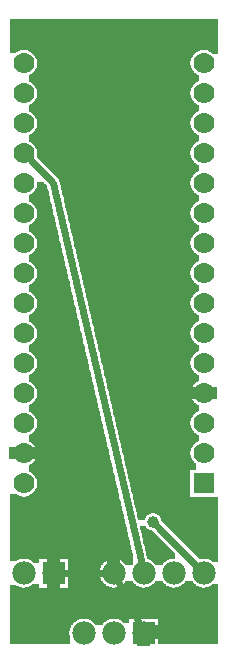
<source format=gbl>
G04 MADE WITH FRITZING*
G04 WWW.FRITZING.ORG*
G04 DOUBLE SIDED*
G04 HOLES PLATED*
G04 CONTOUR ON CENTER OF CONTOUR VECTOR*
%ASAXBY*%
%FSLAX23Y23*%
%MOIN*%
%OFA0B0*%
%SFA1.0B1.0*%
%ADD10C,0.075000*%
%ADD11C,0.070000*%
%ADD12C,0.078000*%
%ADD13C,0.039370*%
%ADD14R,0.069972X0.070000*%
%ADD15R,0.078000X0.078000*%
%ADD16C,0.024000*%
%LNCOPPER0*%
G90*
G70*
G54D10*
X119Y2069D03*
X168Y1329D03*
G54D11*
X685Y576D03*
X685Y676D03*
X685Y776D03*
X685Y876D03*
X685Y976D03*
X685Y1076D03*
X685Y1176D03*
X685Y1276D03*
X685Y1376D03*
X685Y1476D03*
X685Y1576D03*
X685Y1676D03*
X685Y1776D03*
X685Y1876D03*
X685Y1976D03*
X85Y576D03*
X85Y676D03*
X85Y776D03*
X85Y876D03*
X85Y976D03*
X85Y1076D03*
X85Y1176D03*
X85Y1276D03*
X85Y1376D03*
X85Y1476D03*
X85Y1576D03*
X85Y1676D03*
X85Y1776D03*
X85Y1876D03*
X85Y1976D03*
G54D12*
X185Y277D03*
X85Y277D03*
X485Y77D03*
X385Y77D03*
X285Y77D03*
X685Y277D03*
X585Y277D03*
X485Y277D03*
X385Y277D03*
G54D13*
X516Y447D03*
G54D14*
X685Y576D03*
G54D15*
X185Y277D03*
X485Y77D03*
G54D16*
X183Y1577D02*
X479Y306D01*
D02*
X106Y1656D02*
X183Y1577D01*
D02*
X355Y277D02*
X215Y277D01*
D02*
X472Y104D02*
X399Y250D01*
D02*
X529Y434D02*
X664Y298D01*
G36*
X40Y2123D02*
X40Y2021D01*
X694Y2021D01*
X694Y2019D01*
X700Y2019D01*
X700Y2017D01*
X704Y2017D01*
X704Y2015D01*
X708Y2015D01*
X708Y2013D01*
X710Y2013D01*
X710Y2011D01*
X712Y2011D01*
X712Y2009D01*
X714Y2009D01*
X714Y2007D01*
X734Y2007D01*
X734Y2123D01*
X40Y2123D01*
G37*
D02*
G36*
X40Y2021D02*
X40Y2011D01*
X60Y2011D01*
X60Y2013D01*
X64Y2013D01*
X64Y2015D01*
X66Y2015D01*
X66Y2017D01*
X72Y2017D01*
X72Y2019D01*
X78Y2019D01*
X78Y2021D01*
X40Y2021D01*
G37*
D02*
G36*
X94Y2021D02*
X94Y2019D01*
X100Y2019D01*
X100Y2017D01*
X104Y2017D01*
X104Y2015D01*
X108Y2015D01*
X108Y2013D01*
X110Y2013D01*
X110Y2011D01*
X112Y2011D01*
X112Y2009D01*
X114Y2009D01*
X114Y2007D01*
X116Y2007D01*
X116Y2005D01*
X118Y2005D01*
X118Y2003D01*
X120Y2003D01*
X120Y2001D01*
X122Y2001D01*
X122Y1999D01*
X124Y1999D01*
X124Y1995D01*
X126Y1995D01*
X126Y1991D01*
X128Y1991D01*
X128Y1985D01*
X130Y1985D01*
X130Y1967D01*
X128Y1967D01*
X128Y1961D01*
X126Y1961D01*
X126Y1957D01*
X124Y1957D01*
X124Y1953D01*
X122Y1953D01*
X122Y1951D01*
X120Y1951D01*
X120Y1949D01*
X118Y1949D01*
X118Y1947D01*
X116Y1947D01*
X116Y1945D01*
X114Y1945D01*
X114Y1943D01*
X112Y1943D01*
X112Y1941D01*
X110Y1941D01*
X110Y1939D01*
X106Y1939D01*
X106Y1937D01*
X104Y1937D01*
X104Y1915D01*
X108Y1915D01*
X108Y1913D01*
X110Y1913D01*
X110Y1911D01*
X112Y1911D01*
X112Y1909D01*
X114Y1909D01*
X114Y1907D01*
X116Y1907D01*
X116Y1905D01*
X118Y1905D01*
X118Y1903D01*
X120Y1903D01*
X120Y1901D01*
X122Y1901D01*
X122Y1899D01*
X124Y1899D01*
X124Y1895D01*
X126Y1895D01*
X126Y1891D01*
X128Y1891D01*
X128Y1885D01*
X130Y1885D01*
X130Y1867D01*
X128Y1867D01*
X128Y1861D01*
X126Y1861D01*
X126Y1857D01*
X124Y1857D01*
X124Y1853D01*
X122Y1853D01*
X122Y1851D01*
X120Y1851D01*
X120Y1849D01*
X118Y1849D01*
X118Y1847D01*
X116Y1847D01*
X116Y1845D01*
X114Y1845D01*
X114Y1843D01*
X112Y1843D01*
X112Y1841D01*
X110Y1841D01*
X110Y1839D01*
X106Y1839D01*
X106Y1837D01*
X104Y1837D01*
X104Y1815D01*
X108Y1815D01*
X108Y1813D01*
X110Y1813D01*
X110Y1811D01*
X112Y1811D01*
X112Y1809D01*
X114Y1809D01*
X114Y1807D01*
X116Y1807D01*
X116Y1805D01*
X118Y1805D01*
X118Y1803D01*
X120Y1803D01*
X120Y1801D01*
X122Y1801D01*
X122Y1799D01*
X124Y1799D01*
X124Y1795D01*
X126Y1795D01*
X126Y1791D01*
X128Y1791D01*
X128Y1785D01*
X130Y1785D01*
X130Y1767D01*
X128Y1767D01*
X128Y1761D01*
X126Y1761D01*
X126Y1757D01*
X124Y1757D01*
X124Y1753D01*
X122Y1753D01*
X122Y1751D01*
X120Y1751D01*
X120Y1749D01*
X118Y1749D01*
X118Y1747D01*
X116Y1747D01*
X116Y1745D01*
X114Y1745D01*
X114Y1743D01*
X112Y1743D01*
X112Y1741D01*
X110Y1741D01*
X110Y1739D01*
X106Y1739D01*
X106Y1737D01*
X104Y1737D01*
X104Y1715D01*
X108Y1715D01*
X108Y1713D01*
X110Y1713D01*
X110Y1711D01*
X112Y1711D01*
X112Y1709D01*
X114Y1709D01*
X114Y1707D01*
X116Y1707D01*
X116Y1705D01*
X118Y1705D01*
X118Y1703D01*
X120Y1703D01*
X120Y1701D01*
X122Y1701D01*
X122Y1699D01*
X124Y1699D01*
X124Y1695D01*
X126Y1695D01*
X126Y1691D01*
X128Y1691D01*
X128Y1685D01*
X130Y1685D01*
X130Y1661D01*
X132Y1661D01*
X132Y1659D01*
X134Y1659D01*
X134Y1657D01*
X136Y1657D01*
X136Y1655D01*
X138Y1655D01*
X138Y1653D01*
X140Y1653D01*
X140Y1651D01*
X142Y1651D01*
X142Y1649D01*
X144Y1649D01*
X144Y1647D01*
X146Y1647D01*
X146Y1645D01*
X148Y1645D01*
X148Y1643D01*
X150Y1643D01*
X150Y1641D01*
X152Y1641D01*
X152Y1639D01*
X154Y1639D01*
X154Y1637D01*
X156Y1637D01*
X156Y1635D01*
X158Y1635D01*
X158Y1633D01*
X160Y1633D01*
X160Y1631D01*
X162Y1631D01*
X162Y1629D01*
X164Y1629D01*
X164Y1627D01*
X166Y1627D01*
X166Y1625D01*
X168Y1625D01*
X168Y1623D01*
X170Y1623D01*
X170Y1621D01*
X172Y1621D01*
X172Y1619D01*
X174Y1619D01*
X174Y1617D01*
X176Y1617D01*
X176Y1615D01*
X178Y1615D01*
X178Y1613D01*
X180Y1613D01*
X180Y1611D01*
X182Y1611D01*
X182Y1609D01*
X184Y1609D01*
X184Y1607D01*
X186Y1607D01*
X186Y1605D01*
X188Y1605D01*
X188Y1603D01*
X190Y1603D01*
X190Y1601D01*
X192Y1601D01*
X192Y1599D01*
X194Y1599D01*
X194Y1597D01*
X196Y1597D01*
X196Y1595D01*
X198Y1595D01*
X198Y1593D01*
X200Y1593D01*
X200Y1591D01*
X202Y1591D01*
X202Y1587D01*
X204Y1587D01*
X204Y1581D01*
X206Y1581D01*
X206Y1571D01*
X208Y1571D01*
X208Y1563D01*
X210Y1563D01*
X210Y1555D01*
X212Y1555D01*
X212Y1545D01*
X214Y1545D01*
X214Y1537D01*
X216Y1537D01*
X216Y1529D01*
X218Y1529D01*
X218Y1521D01*
X220Y1521D01*
X220Y1511D01*
X222Y1511D01*
X222Y1503D01*
X224Y1503D01*
X224Y1495D01*
X226Y1495D01*
X226Y1485D01*
X228Y1485D01*
X228Y1477D01*
X230Y1477D01*
X230Y1469D01*
X232Y1469D01*
X232Y1459D01*
X234Y1459D01*
X234Y1451D01*
X236Y1451D01*
X236Y1443D01*
X238Y1443D01*
X238Y1435D01*
X240Y1435D01*
X240Y1425D01*
X242Y1425D01*
X242Y1417D01*
X244Y1417D01*
X244Y1409D01*
X246Y1409D01*
X246Y1399D01*
X248Y1399D01*
X248Y1391D01*
X250Y1391D01*
X250Y1383D01*
X252Y1383D01*
X252Y1373D01*
X254Y1373D01*
X254Y1365D01*
X256Y1365D01*
X256Y1357D01*
X258Y1357D01*
X258Y1347D01*
X260Y1347D01*
X260Y1339D01*
X262Y1339D01*
X262Y1331D01*
X264Y1331D01*
X264Y1323D01*
X266Y1323D01*
X266Y1313D01*
X268Y1313D01*
X268Y1305D01*
X270Y1305D01*
X270Y1297D01*
X272Y1297D01*
X272Y1287D01*
X274Y1287D01*
X274Y1279D01*
X276Y1279D01*
X276Y1271D01*
X278Y1271D01*
X278Y1261D01*
X280Y1261D01*
X280Y1253D01*
X282Y1253D01*
X282Y1245D01*
X284Y1245D01*
X284Y1237D01*
X286Y1237D01*
X286Y1227D01*
X288Y1227D01*
X288Y1219D01*
X290Y1219D01*
X290Y1211D01*
X292Y1211D01*
X292Y1201D01*
X294Y1201D01*
X294Y1193D01*
X296Y1193D01*
X296Y1185D01*
X298Y1185D01*
X298Y1175D01*
X300Y1175D01*
X300Y1167D01*
X302Y1167D01*
X302Y1159D01*
X304Y1159D01*
X304Y1151D01*
X306Y1151D01*
X306Y1141D01*
X308Y1141D01*
X308Y1133D01*
X310Y1133D01*
X310Y1125D01*
X312Y1125D01*
X312Y1115D01*
X314Y1115D01*
X314Y1107D01*
X316Y1107D01*
X316Y1099D01*
X318Y1099D01*
X318Y1089D01*
X320Y1089D01*
X320Y1081D01*
X322Y1081D01*
X322Y1073D01*
X324Y1073D01*
X324Y1063D01*
X326Y1063D01*
X326Y1055D01*
X328Y1055D01*
X328Y1047D01*
X330Y1047D01*
X330Y1039D01*
X332Y1039D01*
X332Y1029D01*
X334Y1029D01*
X334Y1021D01*
X336Y1021D01*
X336Y1013D01*
X338Y1013D01*
X338Y1003D01*
X340Y1003D01*
X340Y995D01*
X342Y995D01*
X342Y987D01*
X344Y987D01*
X344Y977D01*
X346Y977D01*
X346Y969D01*
X348Y969D01*
X348Y961D01*
X350Y961D01*
X350Y953D01*
X352Y953D01*
X352Y943D01*
X354Y943D01*
X354Y935D01*
X356Y935D01*
X356Y927D01*
X358Y927D01*
X358Y917D01*
X360Y917D01*
X360Y909D01*
X362Y909D01*
X362Y901D01*
X364Y901D01*
X364Y891D01*
X366Y891D01*
X366Y883D01*
X368Y883D01*
X368Y875D01*
X370Y875D01*
X370Y867D01*
X372Y867D01*
X372Y857D01*
X374Y857D01*
X374Y849D01*
X376Y849D01*
X376Y841D01*
X378Y841D01*
X378Y831D01*
X380Y831D01*
X380Y823D01*
X382Y823D01*
X382Y815D01*
X384Y815D01*
X384Y805D01*
X386Y805D01*
X386Y797D01*
X388Y797D01*
X388Y789D01*
X390Y789D01*
X390Y779D01*
X392Y779D01*
X392Y771D01*
X394Y771D01*
X394Y763D01*
X396Y763D01*
X396Y755D01*
X398Y755D01*
X398Y745D01*
X400Y745D01*
X400Y737D01*
X402Y737D01*
X402Y729D01*
X404Y729D01*
X404Y719D01*
X406Y719D01*
X406Y711D01*
X408Y711D01*
X408Y703D01*
X410Y703D01*
X410Y693D01*
X412Y693D01*
X412Y685D01*
X414Y685D01*
X414Y677D01*
X416Y677D01*
X416Y669D01*
X418Y669D01*
X418Y659D01*
X420Y659D01*
X420Y651D01*
X422Y651D01*
X422Y643D01*
X424Y643D01*
X424Y633D01*
X426Y633D01*
X426Y625D01*
X428Y625D01*
X428Y617D01*
X430Y617D01*
X430Y607D01*
X432Y607D01*
X432Y599D01*
X434Y599D01*
X434Y591D01*
X436Y591D01*
X436Y581D01*
X438Y581D01*
X438Y573D01*
X440Y573D01*
X440Y565D01*
X442Y565D01*
X442Y557D01*
X444Y557D01*
X444Y547D01*
X446Y547D01*
X446Y539D01*
X448Y539D01*
X448Y531D01*
X450Y531D01*
X450Y521D01*
X452Y521D01*
X452Y513D01*
X454Y513D01*
X454Y505D01*
X456Y505D01*
X456Y495D01*
X458Y495D01*
X458Y487D01*
X460Y487D01*
X460Y479D01*
X462Y479D01*
X462Y477D01*
X522Y477D01*
X522Y475D01*
X526Y475D01*
X526Y473D01*
X530Y473D01*
X530Y471D01*
X532Y471D01*
X532Y469D01*
X536Y469D01*
X536Y467D01*
X538Y467D01*
X538Y463D01*
X540Y463D01*
X540Y461D01*
X542Y461D01*
X542Y457D01*
X544Y457D01*
X544Y451D01*
X546Y451D01*
X546Y447D01*
X548Y447D01*
X548Y445D01*
X550Y445D01*
X550Y443D01*
X552Y443D01*
X552Y441D01*
X554Y441D01*
X554Y439D01*
X556Y439D01*
X556Y437D01*
X558Y437D01*
X558Y435D01*
X560Y435D01*
X560Y433D01*
X562Y433D01*
X562Y431D01*
X564Y431D01*
X564Y429D01*
X566Y429D01*
X566Y427D01*
X568Y427D01*
X568Y425D01*
X570Y425D01*
X570Y423D01*
X572Y423D01*
X572Y421D01*
X574Y421D01*
X574Y419D01*
X576Y419D01*
X576Y417D01*
X578Y417D01*
X578Y415D01*
X580Y415D01*
X580Y413D01*
X582Y413D01*
X582Y411D01*
X584Y411D01*
X584Y409D01*
X586Y409D01*
X586Y407D01*
X588Y407D01*
X588Y405D01*
X590Y405D01*
X590Y403D01*
X592Y403D01*
X592Y401D01*
X594Y401D01*
X594Y399D01*
X596Y399D01*
X596Y397D01*
X598Y397D01*
X598Y395D01*
X600Y395D01*
X600Y393D01*
X602Y393D01*
X602Y391D01*
X604Y391D01*
X604Y389D01*
X606Y389D01*
X606Y387D01*
X608Y387D01*
X608Y385D01*
X610Y385D01*
X610Y383D01*
X612Y383D01*
X612Y381D01*
X614Y381D01*
X614Y379D01*
X616Y379D01*
X616Y377D01*
X618Y377D01*
X618Y375D01*
X620Y375D01*
X620Y373D01*
X622Y373D01*
X622Y371D01*
X624Y371D01*
X624Y369D01*
X626Y369D01*
X626Y367D01*
X628Y367D01*
X628Y365D01*
X630Y365D01*
X630Y363D01*
X632Y363D01*
X632Y361D01*
X634Y361D01*
X634Y359D01*
X636Y359D01*
X636Y357D01*
X638Y357D01*
X638Y355D01*
X640Y355D01*
X640Y353D01*
X642Y353D01*
X642Y351D01*
X644Y351D01*
X644Y349D01*
X646Y349D01*
X646Y347D01*
X648Y347D01*
X648Y345D01*
X650Y345D01*
X650Y343D01*
X652Y343D01*
X652Y341D01*
X654Y341D01*
X654Y339D01*
X656Y339D01*
X656Y337D01*
X658Y337D01*
X658Y335D01*
X660Y335D01*
X660Y333D01*
X662Y333D01*
X662Y331D01*
X664Y331D01*
X664Y329D01*
X666Y329D01*
X666Y327D01*
X668Y327D01*
X668Y325D01*
X696Y325D01*
X696Y323D01*
X702Y323D01*
X702Y321D01*
X706Y321D01*
X706Y319D01*
X710Y319D01*
X710Y317D01*
X712Y317D01*
X712Y315D01*
X714Y315D01*
X714Y313D01*
X734Y313D01*
X734Y531D01*
X640Y531D01*
X640Y621D01*
X660Y621D01*
X660Y641D01*
X658Y641D01*
X658Y643D01*
X656Y643D01*
X656Y645D01*
X654Y645D01*
X654Y647D01*
X652Y647D01*
X652Y649D01*
X650Y649D01*
X650Y651D01*
X648Y651D01*
X648Y655D01*
X646Y655D01*
X646Y659D01*
X644Y659D01*
X644Y663D01*
X642Y663D01*
X642Y669D01*
X640Y669D01*
X640Y683D01*
X642Y683D01*
X642Y689D01*
X644Y689D01*
X644Y693D01*
X646Y693D01*
X646Y697D01*
X648Y697D01*
X648Y701D01*
X650Y701D01*
X650Y703D01*
X652Y703D01*
X652Y705D01*
X654Y705D01*
X654Y707D01*
X656Y707D01*
X656Y709D01*
X658Y709D01*
X658Y711D01*
X660Y711D01*
X660Y713D01*
X664Y713D01*
X664Y715D01*
X666Y715D01*
X666Y717D01*
X668Y717D01*
X668Y737D01*
X664Y737D01*
X664Y739D01*
X660Y739D01*
X660Y741D01*
X658Y741D01*
X658Y743D01*
X656Y743D01*
X656Y745D01*
X654Y745D01*
X654Y747D01*
X652Y747D01*
X652Y749D01*
X650Y749D01*
X650Y751D01*
X648Y751D01*
X648Y755D01*
X646Y755D01*
X646Y759D01*
X644Y759D01*
X644Y763D01*
X642Y763D01*
X642Y769D01*
X640Y769D01*
X640Y783D01*
X642Y783D01*
X642Y789D01*
X644Y789D01*
X644Y793D01*
X646Y793D01*
X646Y797D01*
X648Y797D01*
X648Y801D01*
X650Y801D01*
X650Y803D01*
X652Y803D01*
X652Y805D01*
X654Y805D01*
X654Y807D01*
X656Y807D01*
X656Y809D01*
X658Y809D01*
X658Y811D01*
X660Y811D01*
X660Y813D01*
X664Y813D01*
X664Y815D01*
X666Y815D01*
X666Y817D01*
X668Y817D01*
X668Y837D01*
X664Y837D01*
X664Y839D01*
X660Y839D01*
X660Y841D01*
X658Y841D01*
X658Y843D01*
X656Y843D01*
X656Y845D01*
X654Y845D01*
X654Y847D01*
X652Y847D01*
X652Y849D01*
X650Y849D01*
X650Y851D01*
X648Y851D01*
X648Y855D01*
X646Y855D01*
X646Y859D01*
X644Y859D01*
X644Y863D01*
X642Y863D01*
X642Y869D01*
X640Y869D01*
X640Y883D01*
X642Y883D01*
X642Y889D01*
X644Y889D01*
X644Y893D01*
X646Y893D01*
X646Y897D01*
X648Y897D01*
X648Y901D01*
X650Y901D01*
X650Y903D01*
X652Y903D01*
X652Y905D01*
X654Y905D01*
X654Y907D01*
X656Y907D01*
X656Y909D01*
X658Y909D01*
X658Y911D01*
X660Y911D01*
X660Y913D01*
X664Y913D01*
X664Y915D01*
X666Y915D01*
X666Y917D01*
X668Y917D01*
X668Y937D01*
X664Y937D01*
X664Y939D01*
X660Y939D01*
X660Y941D01*
X658Y941D01*
X658Y943D01*
X656Y943D01*
X656Y945D01*
X654Y945D01*
X654Y947D01*
X652Y947D01*
X652Y949D01*
X650Y949D01*
X650Y951D01*
X648Y951D01*
X648Y955D01*
X646Y955D01*
X646Y959D01*
X644Y959D01*
X644Y963D01*
X642Y963D01*
X642Y969D01*
X640Y969D01*
X640Y983D01*
X642Y983D01*
X642Y989D01*
X644Y989D01*
X644Y993D01*
X646Y993D01*
X646Y997D01*
X648Y997D01*
X648Y1001D01*
X650Y1001D01*
X650Y1003D01*
X652Y1003D01*
X652Y1005D01*
X654Y1005D01*
X654Y1007D01*
X656Y1007D01*
X656Y1009D01*
X658Y1009D01*
X658Y1011D01*
X660Y1011D01*
X660Y1013D01*
X664Y1013D01*
X664Y1015D01*
X666Y1015D01*
X666Y1017D01*
X668Y1017D01*
X668Y1037D01*
X664Y1037D01*
X664Y1039D01*
X660Y1039D01*
X660Y1041D01*
X658Y1041D01*
X658Y1043D01*
X656Y1043D01*
X656Y1045D01*
X654Y1045D01*
X654Y1047D01*
X652Y1047D01*
X652Y1049D01*
X650Y1049D01*
X650Y1051D01*
X648Y1051D01*
X648Y1055D01*
X646Y1055D01*
X646Y1059D01*
X644Y1059D01*
X644Y1063D01*
X642Y1063D01*
X642Y1069D01*
X640Y1069D01*
X640Y1083D01*
X642Y1083D01*
X642Y1089D01*
X644Y1089D01*
X644Y1093D01*
X646Y1093D01*
X646Y1097D01*
X648Y1097D01*
X648Y1101D01*
X650Y1101D01*
X650Y1103D01*
X652Y1103D01*
X652Y1105D01*
X654Y1105D01*
X654Y1107D01*
X656Y1107D01*
X656Y1109D01*
X658Y1109D01*
X658Y1111D01*
X660Y1111D01*
X660Y1113D01*
X664Y1113D01*
X664Y1115D01*
X666Y1115D01*
X666Y1117D01*
X668Y1117D01*
X668Y1137D01*
X664Y1137D01*
X664Y1139D01*
X660Y1139D01*
X660Y1141D01*
X658Y1141D01*
X658Y1143D01*
X656Y1143D01*
X656Y1145D01*
X654Y1145D01*
X654Y1147D01*
X652Y1147D01*
X652Y1149D01*
X650Y1149D01*
X650Y1151D01*
X648Y1151D01*
X648Y1155D01*
X646Y1155D01*
X646Y1159D01*
X644Y1159D01*
X644Y1163D01*
X642Y1163D01*
X642Y1169D01*
X640Y1169D01*
X640Y1183D01*
X642Y1183D01*
X642Y1189D01*
X644Y1189D01*
X644Y1193D01*
X646Y1193D01*
X646Y1197D01*
X648Y1197D01*
X648Y1201D01*
X650Y1201D01*
X650Y1203D01*
X652Y1203D01*
X652Y1205D01*
X654Y1205D01*
X654Y1207D01*
X656Y1207D01*
X656Y1209D01*
X658Y1209D01*
X658Y1211D01*
X660Y1211D01*
X660Y1213D01*
X664Y1213D01*
X664Y1215D01*
X666Y1215D01*
X666Y1217D01*
X668Y1217D01*
X668Y1237D01*
X664Y1237D01*
X664Y1239D01*
X660Y1239D01*
X660Y1241D01*
X658Y1241D01*
X658Y1243D01*
X656Y1243D01*
X656Y1245D01*
X654Y1245D01*
X654Y1247D01*
X652Y1247D01*
X652Y1249D01*
X650Y1249D01*
X650Y1251D01*
X648Y1251D01*
X648Y1255D01*
X646Y1255D01*
X646Y1259D01*
X644Y1259D01*
X644Y1263D01*
X642Y1263D01*
X642Y1269D01*
X640Y1269D01*
X640Y1283D01*
X642Y1283D01*
X642Y1289D01*
X644Y1289D01*
X644Y1293D01*
X646Y1293D01*
X646Y1297D01*
X648Y1297D01*
X648Y1301D01*
X650Y1301D01*
X650Y1303D01*
X652Y1303D01*
X652Y1305D01*
X654Y1305D01*
X654Y1307D01*
X656Y1307D01*
X656Y1309D01*
X658Y1309D01*
X658Y1311D01*
X660Y1311D01*
X660Y1313D01*
X664Y1313D01*
X664Y1315D01*
X666Y1315D01*
X666Y1317D01*
X668Y1317D01*
X668Y1337D01*
X664Y1337D01*
X664Y1339D01*
X660Y1339D01*
X660Y1341D01*
X658Y1341D01*
X658Y1343D01*
X656Y1343D01*
X656Y1345D01*
X654Y1345D01*
X654Y1347D01*
X652Y1347D01*
X652Y1349D01*
X650Y1349D01*
X650Y1351D01*
X648Y1351D01*
X648Y1355D01*
X646Y1355D01*
X646Y1359D01*
X644Y1359D01*
X644Y1363D01*
X642Y1363D01*
X642Y1369D01*
X640Y1369D01*
X640Y1383D01*
X642Y1383D01*
X642Y1389D01*
X644Y1389D01*
X644Y1393D01*
X646Y1393D01*
X646Y1397D01*
X648Y1397D01*
X648Y1401D01*
X650Y1401D01*
X650Y1403D01*
X652Y1403D01*
X652Y1405D01*
X654Y1405D01*
X654Y1407D01*
X656Y1407D01*
X656Y1409D01*
X658Y1409D01*
X658Y1411D01*
X660Y1411D01*
X660Y1413D01*
X664Y1413D01*
X664Y1415D01*
X666Y1415D01*
X666Y1417D01*
X668Y1417D01*
X668Y1437D01*
X664Y1437D01*
X664Y1439D01*
X660Y1439D01*
X660Y1441D01*
X658Y1441D01*
X658Y1443D01*
X656Y1443D01*
X656Y1445D01*
X654Y1445D01*
X654Y1447D01*
X652Y1447D01*
X652Y1449D01*
X650Y1449D01*
X650Y1451D01*
X648Y1451D01*
X648Y1455D01*
X646Y1455D01*
X646Y1459D01*
X644Y1459D01*
X644Y1463D01*
X642Y1463D01*
X642Y1469D01*
X640Y1469D01*
X640Y1483D01*
X642Y1483D01*
X642Y1489D01*
X644Y1489D01*
X644Y1493D01*
X646Y1493D01*
X646Y1497D01*
X648Y1497D01*
X648Y1501D01*
X650Y1501D01*
X650Y1503D01*
X652Y1503D01*
X652Y1505D01*
X654Y1505D01*
X654Y1507D01*
X656Y1507D01*
X656Y1509D01*
X658Y1509D01*
X658Y1511D01*
X660Y1511D01*
X660Y1513D01*
X664Y1513D01*
X664Y1515D01*
X666Y1515D01*
X666Y1517D01*
X668Y1517D01*
X668Y1537D01*
X664Y1537D01*
X664Y1539D01*
X660Y1539D01*
X660Y1541D01*
X658Y1541D01*
X658Y1543D01*
X656Y1543D01*
X656Y1545D01*
X654Y1545D01*
X654Y1547D01*
X652Y1547D01*
X652Y1549D01*
X650Y1549D01*
X650Y1551D01*
X648Y1551D01*
X648Y1555D01*
X646Y1555D01*
X646Y1559D01*
X644Y1559D01*
X644Y1563D01*
X642Y1563D01*
X642Y1569D01*
X640Y1569D01*
X640Y1583D01*
X642Y1583D01*
X642Y1589D01*
X644Y1589D01*
X644Y1593D01*
X646Y1593D01*
X646Y1597D01*
X648Y1597D01*
X648Y1601D01*
X650Y1601D01*
X650Y1603D01*
X652Y1603D01*
X652Y1605D01*
X654Y1605D01*
X654Y1607D01*
X656Y1607D01*
X656Y1609D01*
X658Y1609D01*
X658Y1611D01*
X660Y1611D01*
X660Y1613D01*
X664Y1613D01*
X664Y1615D01*
X666Y1615D01*
X666Y1617D01*
X668Y1617D01*
X668Y1637D01*
X664Y1637D01*
X664Y1639D01*
X660Y1639D01*
X660Y1641D01*
X658Y1641D01*
X658Y1643D01*
X656Y1643D01*
X656Y1645D01*
X654Y1645D01*
X654Y1647D01*
X652Y1647D01*
X652Y1649D01*
X650Y1649D01*
X650Y1651D01*
X648Y1651D01*
X648Y1655D01*
X646Y1655D01*
X646Y1659D01*
X644Y1659D01*
X644Y1663D01*
X642Y1663D01*
X642Y1669D01*
X640Y1669D01*
X640Y1683D01*
X642Y1683D01*
X642Y1689D01*
X644Y1689D01*
X644Y1693D01*
X646Y1693D01*
X646Y1697D01*
X648Y1697D01*
X648Y1701D01*
X650Y1701D01*
X650Y1703D01*
X652Y1703D01*
X652Y1705D01*
X654Y1705D01*
X654Y1707D01*
X656Y1707D01*
X656Y1709D01*
X658Y1709D01*
X658Y1711D01*
X660Y1711D01*
X660Y1713D01*
X664Y1713D01*
X664Y1715D01*
X666Y1715D01*
X666Y1717D01*
X668Y1717D01*
X668Y1737D01*
X664Y1737D01*
X664Y1739D01*
X660Y1739D01*
X660Y1741D01*
X658Y1741D01*
X658Y1743D01*
X656Y1743D01*
X656Y1745D01*
X654Y1745D01*
X654Y1747D01*
X652Y1747D01*
X652Y1749D01*
X650Y1749D01*
X650Y1751D01*
X648Y1751D01*
X648Y1755D01*
X646Y1755D01*
X646Y1759D01*
X644Y1759D01*
X644Y1763D01*
X642Y1763D01*
X642Y1769D01*
X640Y1769D01*
X640Y1783D01*
X642Y1783D01*
X642Y1789D01*
X644Y1789D01*
X644Y1793D01*
X646Y1793D01*
X646Y1797D01*
X648Y1797D01*
X648Y1801D01*
X650Y1801D01*
X650Y1803D01*
X652Y1803D01*
X652Y1805D01*
X654Y1805D01*
X654Y1807D01*
X656Y1807D01*
X656Y1809D01*
X658Y1809D01*
X658Y1811D01*
X660Y1811D01*
X660Y1813D01*
X664Y1813D01*
X664Y1815D01*
X666Y1815D01*
X666Y1817D01*
X668Y1817D01*
X668Y1837D01*
X664Y1837D01*
X664Y1839D01*
X660Y1839D01*
X660Y1841D01*
X658Y1841D01*
X658Y1843D01*
X656Y1843D01*
X656Y1845D01*
X654Y1845D01*
X654Y1847D01*
X652Y1847D01*
X652Y1849D01*
X650Y1849D01*
X650Y1851D01*
X648Y1851D01*
X648Y1855D01*
X646Y1855D01*
X646Y1859D01*
X644Y1859D01*
X644Y1863D01*
X642Y1863D01*
X642Y1869D01*
X640Y1869D01*
X640Y1883D01*
X642Y1883D01*
X642Y1889D01*
X644Y1889D01*
X644Y1893D01*
X646Y1893D01*
X646Y1897D01*
X648Y1897D01*
X648Y1901D01*
X650Y1901D01*
X650Y1903D01*
X652Y1903D01*
X652Y1905D01*
X654Y1905D01*
X654Y1907D01*
X656Y1907D01*
X656Y1909D01*
X658Y1909D01*
X658Y1911D01*
X660Y1911D01*
X660Y1913D01*
X664Y1913D01*
X664Y1915D01*
X666Y1915D01*
X666Y1917D01*
X668Y1917D01*
X668Y1937D01*
X664Y1937D01*
X664Y1939D01*
X660Y1939D01*
X660Y1941D01*
X658Y1941D01*
X658Y1943D01*
X656Y1943D01*
X656Y1945D01*
X654Y1945D01*
X654Y1947D01*
X652Y1947D01*
X652Y1949D01*
X650Y1949D01*
X650Y1951D01*
X648Y1951D01*
X648Y1955D01*
X646Y1955D01*
X646Y1959D01*
X644Y1959D01*
X644Y1963D01*
X642Y1963D01*
X642Y1969D01*
X640Y1969D01*
X640Y1983D01*
X642Y1983D01*
X642Y1989D01*
X644Y1989D01*
X644Y1993D01*
X646Y1993D01*
X646Y1997D01*
X648Y1997D01*
X648Y2001D01*
X650Y2001D01*
X650Y2003D01*
X652Y2003D01*
X652Y2005D01*
X654Y2005D01*
X654Y2007D01*
X656Y2007D01*
X656Y2009D01*
X658Y2009D01*
X658Y2011D01*
X660Y2011D01*
X660Y2013D01*
X664Y2013D01*
X664Y2015D01*
X666Y2015D01*
X666Y2017D01*
X672Y2017D01*
X672Y2019D01*
X678Y2019D01*
X678Y2021D01*
X94Y2021D01*
G37*
D02*
G36*
X462Y477D02*
X462Y471D01*
X464Y471D01*
X464Y461D01*
X466Y461D01*
X466Y453D01*
X488Y453D01*
X488Y457D01*
X490Y457D01*
X490Y461D01*
X492Y461D01*
X492Y463D01*
X494Y463D01*
X494Y467D01*
X496Y467D01*
X496Y469D01*
X500Y469D01*
X500Y471D01*
X502Y471D01*
X502Y473D01*
X506Y473D01*
X506Y475D01*
X510Y475D01*
X510Y477D01*
X462Y477D01*
G37*
D02*
G36*
X472Y433D02*
X472Y427D01*
X474Y427D01*
X474Y419D01*
X476Y419D01*
X476Y409D01*
X478Y409D01*
X478Y401D01*
X480Y401D01*
X480Y393D01*
X482Y393D01*
X482Y385D01*
X484Y385D01*
X484Y375D01*
X486Y375D01*
X486Y367D01*
X488Y367D01*
X488Y359D01*
X490Y359D01*
X490Y349D01*
X492Y349D01*
X492Y341D01*
X494Y341D01*
X494Y333D01*
X496Y333D01*
X496Y323D01*
X502Y323D01*
X502Y321D01*
X506Y321D01*
X506Y319D01*
X510Y319D01*
X510Y317D01*
X512Y317D01*
X512Y315D01*
X514Y315D01*
X514Y313D01*
X516Y313D01*
X516Y311D01*
X520Y311D01*
X520Y307D01*
X522Y307D01*
X522Y305D01*
X524Y305D01*
X524Y303D01*
X546Y303D01*
X546Y305D01*
X548Y305D01*
X548Y307D01*
X550Y307D01*
X550Y309D01*
X552Y309D01*
X552Y311D01*
X554Y311D01*
X554Y313D01*
X556Y313D01*
X556Y315D01*
X558Y315D01*
X558Y317D01*
X562Y317D01*
X562Y319D01*
X564Y319D01*
X564Y321D01*
X568Y321D01*
X568Y323D01*
X574Y323D01*
X574Y325D01*
X588Y325D01*
X588Y345D01*
X586Y345D01*
X586Y347D01*
X584Y347D01*
X584Y349D01*
X582Y349D01*
X582Y351D01*
X580Y351D01*
X580Y353D01*
X578Y353D01*
X578Y355D01*
X576Y355D01*
X576Y357D01*
X574Y357D01*
X574Y359D01*
X572Y359D01*
X572Y361D01*
X570Y361D01*
X570Y363D01*
X568Y363D01*
X568Y365D01*
X566Y365D01*
X566Y367D01*
X564Y367D01*
X564Y369D01*
X562Y369D01*
X562Y371D01*
X560Y371D01*
X560Y373D01*
X558Y373D01*
X558Y375D01*
X556Y375D01*
X556Y377D01*
X554Y377D01*
X554Y379D01*
X552Y379D01*
X552Y381D01*
X550Y381D01*
X550Y383D01*
X548Y383D01*
X548Y385D01*
X546Y385D01*
X546Y387D01*
X544Y387D01*
X544Y389D01*
X542Y389D01*
X542Y391D01*
X540Y391D01*
X540Y393D01*
X538Y393D01*
X538Y395D01*
X536Y395D01*
X536Y397D01*
X534Y397D01*
X534Y399D01*
X532Y399D01*
X532Y401D01*
X530Y401D01*
X530Y403D01*
X528Y403D01*
X528Y405D01*
X526Y405D01*
X526Y407D01*
X524Y407D01*
X524Y409D01*
X522Y409D01*
X522Y411D01*
X520Y411D01*
X520Y413D01*
X518Y413D01*
X518Y415D01*
X516Y415D01*
X516Y417D01*
X512Y417D01*
X512Y419D01*
X506Y419D01*
X506Y421D01*
X502Y421D01*
X502Y423D01*
X500Y423D01*
X500Y425D01*
X496Y425D01*
X496Y427D01*
X494Y427D01*
X494Y431D01*
X492Y431D01*
X492Y433D01*
X472Y433D01*
G37*
D02*
G36*
X130Y1581D02*
X130Y1567D01*
X128Y1567D01*
X128Y1561D01*
X126Y1561D01*
X126Y1557D01*
X124Y1557D01*
X124Y1553D01*
X122Y1553D01*
X122Y1551D01*
X120Y1551D01*
X120Y1549D01*
X118Y1549D01*
X118Y1547D01*
X116Y1547D01*
X116Y1545D01*
X114Y1545D01*
X114Y1543D01*
X112Y1543D01*
X112Y1541D01*
X110Y1541D01*
X110Y1539D01*
X106Y1539D01*
X106Y1537D01*
X104Y1537D01*
X104Y1515D01*
X108Y1515D01*
X108Y1513D01*
X110Y1513D01*
X110Y1511D01*
X112Y1511D01*
X112Y1509D01*
X114Y1509D01*
X114Y1507D01*
X116Y1507D01*
X116Y1505D01*
X118Y1505D01*
X118Y1503D01*
X120Y1503D01*
X120Y1501D01*
X122Y1501D01*
X122Y1499D01*
X124Y1499D01*
X124Y1495D01*
X126Y1495D01*
X126Y1491D01*
X128Y1491D01*
X128Y1485D01*
X130Y1485D01*
X130Y1467D01*
X128Y1467D01*
X128Y1461D01*
X126Y1461D01*
X126Y1457D01*
X124Y1457D01*
X124Y1453D01*
X122Y1453D01*
X122Y1451D01*
X120Y1451D01*
X120Y1449D01*
X118Y1449D01*
X118Y1447D01*
X116Y1447D01*
X116Y1445D01*
X114Y1445D01*
X114Y1443D01*
X112Y1443D01*
X112Y1441D01*
X110Y1441D01*
X110Y1439D01*
X106Y1439D01*
X106Y1437D01*
X104Y1437D01*
X104Y1415D01*
X108Y1415D01*
X108Y1413D01*
X110Y1413D01*
X110Y1411D01*
X112Y1411D01*
X112Y1409D01*
X114Y1409D01*
X114Y1407D01*
X116Y1407D01*
X116Y1405D01*
X118Y1405D01*
X118Y1403D01*
X120Y1403D01*
X120Y1401D01*
X122Y1401D01*
X122Y1399D01*
X124Y1399D01*
X124Y1395D01*
X126Y1395D01*
X126Y1391D01*
X128Y1391D01*
X128Y1385D01*
X130Y1385D01*
X130Y1367D01*
X128Y1367D01*
X128Y1361D01*
X126Y1361D01*
X126Y1357D01*
X124Y1357D01*
X124Y1353D01*
X122Y1353D01*
X122Y1351D01*
X120Y1351D01*
X120Y1349D01*
X118Y1349D01*
X118Y1347D01*
X116Y1347D01*
X116Y1345D01*
X114Y1345D01*
X114Y1343D01*
X112Y1343D01*
X112Y1341D01*
X110Y1341D01*
X110Y1339D01*
X106Y1339D01*
X106Y1337D01*
X104Y1337D01*
X104Y1315D01*
X108Y1315D01*
X108Y1313D01*
X110Y1313D01*
X110Y1311D01*
X112Y1311D01*
X112Y1309D01*
X114Y1309D01*
X114Y1307D01*
X116Y1307D01*
X116Y1305D01*
X118Y1305D01*
X118Y1303D01*
X120Y1303D01*
X120Y1301D01*
X122Y1301D01*
X122Y1299D01*
X124Y1299D01*
X124Y1295D01*
X126Y1295D01*
X126Y1291D01*
X128Y1291D01*
X128Y1285D01*
X130Y1285D01*
X130Y1267D01*
X128Y1267D01*
X128Y1261D01*
X126Y1261D01*
X126Y1257D01*
X124Y1257D01*
X124Y1253D01*
X122Y1253D01*
X122Y1251D01*
X120Y1251D01*
X120Y1249D01*
X118Y1249D01*
X118Y1247D01*
X116Y1247D01*
X116Y1245D01*
X114Y1245D01*
X114Y1243D01*
X112Y1243D01*
X112Y1241D01*
X110Y1241D01*
X110Y1239D01*
X106Y1239D01*
X106Y1237D01*
X104Y1237D01*
X104Y1215D01*
X108Y1215D01*
X108Y1213D01*
X110Y1213D01*
X110Y1211D01*
X112Y1211D01*
X112Y1209D01*
X114Y1209D01*
X114Y1207D01*
X116Y1207D01*
X116Y1205D01*
X118Y1205D01*
X118Y1203D01*
X120Y1203D01*
X120Y1201D01*
X122Y1201D01*
X122Y1199D01*
X124Y1199D01*
X124Y1195D01*
X126Y1195D01*
X126Y1191D01*
X128Y1191D01*
X128Y1185D01*
X130Y1185D01*
X130Y1167D01*
X128Y1167D01*
X128Y1161D01*
X126Y1161D01*
X126Y1157D01*
X124Y1157D01*
X124Y1153D01*
X122Y1153D01*
X122Y1151D01*
X120Y1151D01*
X120Y1149D01*
X118Y1149D01*
X118Y1147D01*
X116Y1147D01*
X116Y1145D01*
X114Y1145D01*
X114Y1143D01*
X112Y1143D01*
X112Y1141D01*
X110Y1141D01*
X110Y1139D01*
X106Y1139D01*
X106Y1137D01*
X104Y1137D01*
X104Y1115D01*
X108Y1115D01*
X108Y1113D01*
X110Y1113D01*
X110Y1111D01*
X112Y1111D01*
X112Y1109D01*
X114Y1109D01*
X114Y1107D01*
X116Y1107D01*
X116Y1105D01*
X118Y1105D01*
X118Y1103D01*
X120Y1103D01*
X120Y1101D01*
X122Y1101D01*
X122Y1099D01*
X124Y1099D01*
X124Y1095D01*
X126Y1095D01*
X126Y1091D01*
X128Y1091D01*
X128Y1085D01*
X130Y1085D01*
X130Y1067D01*
X128Y1067D01*
X128Y1061D01*
X126Y1061D01*
X126Y1057D01*
X124Y1057D01*
X124Y1053D01*
X122Y1053D01*
X122Y1051D01*
X120Y1051D01*
X120Y1049D01*
X118Y1049D01*
X118Y1047D01*
X116Y1047D01*
X116Y1045D01*
X114Y1045D01*
X114Y1043D01*
X112Y1043D01*
X112Y1041D01*
X110Y1041D01*
X110Y1039D01*
X106Y1039D01*
X106Y1037D01*
X104Y1037D01*
X104Y1015D01*
X108Y1015D01*
X108Y1013D01*
X110Y1013D01*
X110Y1011D01*
X112Y1011D01*
X112Y1009D01*
X114Y1009D01*
X114Y1007D01*
X116Y1007D01*
X116Y1005D01*
X118Y1005D01*
X118Y1003D01*
X120Y1003D01*
X120Y1001D01*
X122Y1001D01*
X122Y999D01*
X124Y999D01*
X124Y995D01*
X126Y995D01*
X126Y991D01*
X128Y991D01*
X128Y985D01*
X130Y985D01*
X130Y967D01*
X128Y967D01*
X128Y961D01*
X126Y961D01*
X126Y957D01*
X124Y957D01*
X124Y953D01*
X122Y953D01*
X122Y951D01*
X120Y951D01*
X120Y949D01*
X118Y949D01*
X118Y947D01*
X116Y947D01*
X116Y945D01*
X114Y945D01*
X114Y943D01*
X112Y943D01*
X112Y941D01*
X110Y941D01*
X110Y939D01*
X106Y939D01*
X106Y937D01*
X104Y937D01*
X104Y915D01*
X108Y915D01*
X108Y913D01*
X110Y913D01*
X110Y911D01*
X112Y911D01*
X112Y909D01*
X114Y909D01*
X114Y907D01*
X116Y907D01*
X116Y905D01*
X118Y905D01*
X118Y903D01*
X120Y903D01*
X120Y901D01*
X122Y901D01*
X122Y899D01*
X124Y899D01*
X124Y895D01*
X126Y895D01*
X126Y891D01*
X128Y891D01*
X128Y885D01*
X130Y885D01*
X130Y867D01*
X128Y867D01*
X128Y861D01*
X126Y861D01*
X126Y857D01*
X124Y857D01*
X124Y853D01*
X122Y853D01*
X122Y851D01*
X120Y851D01*
X120Y849D01*
X118Y849D01*
X118Y847D01*
X116Y847D01*
X116Y845D01*
X114Y845D01*
X114Y843D01*
X112Y843D01*
X112Y841D01*
X110Y841D01*
X110Y839D01*
X106Y839D01*
X106Y837D01*
X104Y837D01*
X104Y815D01*
X108Y815D01*
X108Y813D01*
X110Y813D01*
X110Y811D01*
X112Y811D01*
X112Y809D01*
X114Y809D01*
X114Y807D01*
X116Y807D01*
X116Y805D01*
X118Y805D01*
X118Y803D01*
X120Y803D01*
X120Y801D01*
X122Y801D01*
X122Y799D01*
X124Y799D01*
X124Y795D01*
X126Y795D01*
X126Y791D01*
X128Y791D01*
X128Y785D01*
X130Y785D01*
X130Y767D01*
X128Y767D01*
X128Y761D01*
X126Y761D01*
X126Y757D01*
X124Y757D01*
X124Y753D01*
X122Y753D01*
X122Y751D01*
X120Y751D01*
X120Y749D01*
X118Y749D01*
X118Y747D01*
X116Y747D01*
X116Y745D01*
X114Y745D01*
X114Y743D01*
X112Y743D01*
X112Y741D01*
X110Y741D01*
X110Y739D01*
X106Y739D01*
X106Y737D01*
X104Y737D01*
X104Y715D01*
X108Y715D01*
X108Y713D01*
X110Y713D01*
X110Y711D01*
X112Y711D01*
X112Y709D01*
X114Y709D01*
X114Y707D01*
X116Y707D01*
X116Y705D01*
X118Y705D01*
X118Y703D01*
X120Y703D01*
X120Y701D01*
X122Y701D01*
X122Y699D01*
X124Y699D01*
X124Y695D01*
X126Y695D01*
X126Y691D01*
X128Y691D01*
X128Y685D01*
X130Y685D01*
X130Y667D01*
X128Y667D01*
X128Y661D01*
X126Y661D01*
X126Y657D01*
X124Y657D01*
X124Y653D01*
X122Y653D01*
X122Y651D01*
X120Y651D01*
X120Y649D01*
X118Y649D01*
X118Y647D01*
X116Y647D01*
X116Y645D01*
X114Y645D01*
X114Y643D01*
X112Y643D01*
X112Y641D01*
X110Y641D01*
X110Y639D01*
X106Y639D01*
X106Y637D01*
X104Y637D01*
X104Y615D01*
X108Y615D01*
X108Y613D01*
X110Y613D01*
X110Y611D01*
X112Y611D01*
X112Y609D01*
X114Y609D01*
X114Y607D01*
X116Y607D01*
X116Y605D01*
X118Y605D01*
X118Y603D01*
X120Y603D01*
X120Y601D01*
X122Y601D01*
X122Y599D01*
X124Y599D01*
X124Y595D01*
X126Y595D01*
X126Y591D01*
X128Y591D01*
X128Y585D01*
X130Y585D01*
X130Y567D01*
X128Y567D01*
X128Y561D01*
X126Y561D01*
X126Y557D01*
X124Y557D01*
X124Y553D01*
X122Y553D01*
X122Y551D01*
X120Y551D01*
X120Y549D01*
X118Y549D01*
X118Y547D01*
X116Y547D01*
X116Y545D01*
X114Y545D01*
X114Y543D01*
X112Y543D01*
X112Y541D01*
X110Y541D01*
X110Y539D01*
X106Y539D01*
X106Y537D01*
X104Y537D01*
X104Y535D01*
X100Y535D01*
X100Y533D01*
X94Y533D01*
X94Y531D01*
X404Y531D01*
X404Y533D01*
X402Y533D01*
X402Y543D01*
X400Y543D01*
X400Y551D01*
X398Y551D01*
X398Y559D01*
X396Y559D01*
X396Y569D01*
X394Y569D01*
X394Y577D01*
X392Y577D01*
X392Y585D01*
X390Y585D01*
X390Y595D01*
X388Y595D01*
X388Y603D01*
X386Y603D01*
X386Y611D01*
X384Y611D01*
X384Y619D01*
X382Y619D01*
X382Y629D01*
X380Y629D01*
X380Y637D01*
X378Y637D01*
X378Y645D01*
X376Y645D01*
X376Y655D01*
X374Y655D01*
X374Y663D01*
X372Y663D01*
X372Y671D01*
X370Y671D01*
X370Y681D01*
X368Y681D01*
X368Y689D01*
X366Y689D01*
X366Y697D01*
X364Y697D01*
X364Y705D01*
X362Y705D01*
X362Y715D01*
X360Y715D01*
X360Y723D01*
X358Y723D01*
X358Y731D01*
X356Y731D01*
X356Y741D01*
X354Y741D01*
X354Y749D01*
X352Y749D01*
X352Y757D01*
X350Y757D01*
X350Y767D01*
X348Y767D01*
X348Y775D01*
X346Y775D01*
X346Y783D01*
X344Y783D01*
X344Y791D01*
X342Y791D01*
X342Y801D01*
X340Y801D01*
X340Y809D01*
X338Y809D01*
X338Y817D01*
X336Y817D01*
X336Y827D01*
X334Y827D01*
X334Y835D01*
X332Y835D01*
X332Y843D01*
X330Y843D01*
X330Y853D01*
X328Y853D01*
X328Y861D01*
X326Y861D01*
X326Y869D01*
X324Y869D01*
X324Y879D01*
X322Y879D01*
X322Y887D01*
X320Y887D01*
X320Y895D01*
X318Y895D01*
X318Y903D01*
X316Y903D01*
X316Y913D01*
X314Y913D01*
X314Y921D01*
X312Y921D01*
X312Y929D01*
X310Y929D01*
X310Y939D01*
X308Y939D01*
X308Y947D01*
X306Y947D01*
X306Y955D01*
X304Y955D01*
X304Y965D01*
X302Y965D01*
X302Y973D01*
X300Y973D01*
X300Y981D01*
X298Y981D01*
X298Y989D01*
X296Y989D01*
X296Y999D01*
X294Y999D01*
X294Y1007D01*
X292Y1007D01*
X292Y1015D01*
X290Y1015D01*
X290Y1025D01*
X288Y1025D01*
X288Y1033D01*
X286Y1033D01*
X286Y1041D01*
X284Y1041D01*
X284Y1051D01*
X282Y1051D01*
X282Y1059D01*
X280Y1059D01*
X280Y1067D01*
X278Y1067D01*
X278Y1077D01*
X276Y1077D01*
X276Y1085D01*
X274Y1085D01*
X274Y1093D01*
X272Y1093D01*
X272Y1101D01*
X270Y1101D01*
X270Y1111D01*
X268Y1111D01*
X268Y1119D01*
X266Y1119D01*
X266Y1127D01*
X264Y1127D01*
X264Y1137D01*
X262Y1137D01*
X262Y1145D01*
X260Y1145D01*
X260Y1153D01*
X258Y1153D01*
X258Y1163D01*
X256Y1163D01*
X256Y1171D01*
X254Y1171D01*
X254Y1179D01*
X252Y1179D01*
X252Y1187D01*
X250Y1187D01*
X250Y1197D01*
X248Y1197D01*
X248Y1205D01*
X246Y1205D01*
X246Y1213D01*
X244Y1213D01*
X244Y1223D01*
X242Y1223D01*
X242Y1231D01*
X240Y1231D01*
X240Y1239D01*
X238Y1239D01*
X238Y1249D01*
X236Y1249D01*
X236Y1257D01*
X234Y1257D01*
X234Y1265D01*
X232Y1265D01*
X232Y1273D01*
X230Y1273D01*
X230Y1283D01*
X228Y1283D01*
X228Y1291D01*
X226Y1291D01*
X226Y1299D01*
X224Y1299D01*
X224Y1309D01*
X222Y1309D01*
X222Y1317D01*
X220Y1317D01*
X220Y1325D01*
X218Y1325D01*
X218Y1335D01*
X216Y1335D01*
X216Y1343D01*
X214Y1343D01*
X214Y1351D01*
X212Y1351D01*
X212Y1361D01*
X210Y1361D01*
X210Y1369D01*
X208Y1369D01*
X208Y1377D01*
X206Y1377D01*
X206Y1385D01*
X204Y1385D01*
X204Y1395D01*
X202Y1395D01*
X202Y1403D01*
X200Y1403D01*
X200Y1411D01*
X198Y1411D01*
X198Y1421D01*
X196Y1421D01*
X196Y1429D01*
X194Y1429D01*
X194Y1437D01*
X192Y1437D01*
X192Y1447D01*
X190Y1447D01*
X190Y1455D01*
X188Y1455D01*
X188Y1463D01*
X186Y1463D01*
X186Y1471D01*
X184Y1471D01*
X184Y1481D01*
X182Y1481D01*
X182Y1489D01*
X180Y1489D01*
X180Y1497D01*
X178Y1497D01*
X178Y1507D01*
X176Y1507D01*
X176Y1515D01*
X174Y1515D01*
X174Y1523D01*
X172Y1523D01*
X172Y1533D01*
X170Y1533D01*
X170Y1541D01*
X168Y1541D01*
X168Y1549D01*
X166Y1549D01*
X166Y1557D01*
X164Y1557D01*
X164Y1567D01*
X162Y1567D01*
X162Y1569D01*
X160Y1569D01*
X160Y1571D01*
X158Y1571D01*
X158Y1573D01*
X156Y1573D01*
X156Y1575D01*
X154Y1575D01*
X154Y1577D01*
X152Y1577D01*
X152Y1579D01*
X150Y1579D01*
X150Y1581D01*
X130Y1581D01*
G37*
D02*
G36*
X40Y541D02*
X40Y531D01*
X78Y531D01*
X78Y533D01*
X72Y533D01*
X72Y535D01*
X68Y535D01*
X68Y537D01*
X64Y537D01*
X64Y539D01*
X60Y539D01*
X60Y541D01*
X40Y541D01*
G37*
D02*
G36*
X40Y531D02*
X40Y529D01*
X404Y529D01*
X404Y531D01*
X40Y531D01*
G37*
D02*
G36*
X40Y531D02*
X40Y529D01*
X404Y529D01*
X404Y531D01*
X40Y531D01*
G37*
D02*
G36*
X40Y529D02*
X40Y325D01*
X396Y325D01*
X396Y323D01*
X402Y323D01*
X402Y321D01*
X406Y321D01*
X406Y319D01*
X410Y319D01*
X410Y317D01*
X412Y317D01*
X412Y315D01*
X414Y315D01*
X414Y313D01*
X416Y313D01*
X416Y311D01*
X420Y311D01*
X420Y307D01*
X422Y307D01*
X422Y305D01*
X424Y305D01*
X424Y303D01*
X446Y303D01*
X446Y305D01*
X448Y305D01*
X448Y307D01*
X450Y307D01*
X450Y335D01*
X448Y335D01*
X448Y345D01*
X446Y345D01*
X446Y353D01*
X444Y353D01*
X444Y361D01*
X442Y361D01*
X442Y371D01*
X440Y371D01*
X440Y379D01*
X438Y379D01*
X438Y387D01*
X436Y387D01*
X436Y397D01*
X434Y397D01*
X434Y405D01*
X432Y405D01*
X432Y413D01*
X430Y413D01*
X430Y421D01*
X428Y421D01*
X428Y431D01*
X426Y431D01*
X426Y439D01*
X424Y439D01*
X424Y447D01*
X422Y447D01*
X422Y457D01*
X420Y457D01*
X420Y465D01*
X418Y465D01*
X418Y473D01*
X416Y473D01*
X416Y483D01*
X414Y483D01*
X414Y491D01*
X412Y491D01*
X412Y499D01*
X410Y499D01*
X410Y507D01*
X408Y507D01*
X408Y517D01*
X406Y517D01*
X406Y525D01*
X404Y525D01*
X404Y529D01*
X40Y529D01*
G37*
D02*
G36*
X40Y325D02*
X40Y317D01*
X62Y317D01*
X62Y319D01*
X64Y319D01*
X64Y321D01*
X68Y321D01*
X68Y323D01*
X74Y323D01*
X74Y325D01*
X40Y325D01*
G37*
D02*
G36*
X96Y325D02*
X96Y323D01*
X102Y323D01*
X102Y321D01*
X106Y321D01*
X106Y319D01*
X110Y319D01*
X110Y317D01*
X112Y317D01*
X112Y315D01*
X114Y315D01*
X114Y313D01*
X116Y313D01*
X116Y311D01*
X136Y311D01*
X136Y325D01*
X96Y325D01*
G37*
D02*
G36*
X234Y325D02*
X234Y227D01*
X380Y227D01*
X380Y229D01*
X372Y229D01*
X372Y231D01*
X368Y231D01*
X368Y233D01*
X364Y233D01*
X364Y235D01*
X360Y235D01*
X360Y237D01*
X358Y237D01*
X358Y239D01*
X356Y239D01*
X356Y241D01*
X354Y241D01*
X354Y243D01*
X350Y243D01*
X350Y247D01*
X348Y247D01*
X348Y249D01*
X346Y249D01*
X346Y251D01*
X344Y251D01*
X344Y255D01*
X342Y255D01*
X342Y259D01*
X340Y259D01*
X340Y263D01*
X338Y263D01*
X338Y271D01*
X336Y271D01*
X336Y283D01*
X338Y283D01*
X338Y291D01*
X340Y291D01*
X340Y295D01*
X342Y295D01*
X342Y299D01*
X344Y299D01*
X344Y303D01*
X346Y303D01*
X346Y305D01*
X348Y305D01*
X348Y307D01*
X350Y307D01*
X350Y309D01*
X352Y309D01*
X352Y311D01*
X354Y311D01*
X354Y313D01*
X356Y313D01*
X356Y315D01*
X358Y315D01*
X358Y317D01*
X362Y317D01*
X362Y319D01*
X364Y319D01*
X364Y321D01*
X368Y321D01*
X368Y323D01*
X374Y323D01*
X374Y325D01*
X234Y325D01*
G37*
D02*
G36*
X424Y251D02*
X424Y247D01*
X422Y247D01*
X422Y245D01*
X420Y245D01*
X420Y243D01*
X418Y243D01*
X418Y241D01*
X416Y241D01*
X416Y239D01*
X412Y239D01*
X412Y237D01*
X410Y237D01*
X410Y235D01*
X406Y235D01*
X406Y233D01*
X404Y233D01*
X404Y231D01*
X398Y231D01*
X398Y229D01*
X390Y229D01*
X390Y227D01*
X480Y227D01*
X480Y229D01*
X472Y229D01*
X472Y231D01*
X468Y231D01*
X468Y233D01*
X464Y233D01*
X464Y235D01*
X460Y235D01*
X460Y237D01*
X458Y237D01*
X458Y239D01*
X456Y239D01*
X456Y241D01*
X454Y241D01*
X454Y243D01*
X450Y243D01*
X450Y247D01*
X448Y247D01*
X448Y249D01*
X446Y249D01*
X446Y251D01*
X424Y251D01*
G37*
D02*
G36*
X524Y251D02*
X524Y247D01*
X522Y247D01*
X522Y245D01*
X520Y245D01*
X520Y243D01*
X518Y243D01*
X518Y241D01*
X516Y241D01*
X516Y239D01*
X512Y239D01*
X512Y237D01*
X510Y237D01*
X510Y235D01*
X506Y235D01*
X506Y233D01*
X504Y233D01*
X504Y231D01*
X498Y231D01*
X498Y229D01*
X490Y229D01*
X490Y227D01*
X580Y227D01*
X580Y229D01*
X572Y229D01*
X572Y231D01*
X568Y231D01*
X568Y233D01*
X564Y233D01*
X564Y235D01*
X560Y235D01*
X560Y237D01*
X558Y237D01*
X558Y239D01*
X556Y239D01*
X556Y241D01*
X554Y241D01*
X554Y243D01*
X550Y243D01*
X550Y247D01*
X548Y247D01*
X548Y249D01*
X546Y249D01*
X546Y251D01*
X524Y251D01*
G37*
D02*
G36*
X624Y251D02*
X624Y247D01*
X622Y247D01*
X622Y245D01*
X620Y245D01*
X620Y243D01*
X618Y243D01*
X618Y241D01*
X616Y241D01*
X616Y239D01*
X612Y239D01*
X612Y237D01*
X610Y237D01*
X610Y235D01*
X606Y235D01*
X606Y233D01*
X604Y233D01*
X604Y231D01*
X598Y231D01*
X598Y229D01*
X590Y229D01*
X590Y227D01*
X680Y227D01*
X680Y229D01*
X672Y229D01*
X672Y231D01*
X668Y231D01*
X668Y233D01*
X664Y233D01*
X664Y235D01*
X660Y235D01*
X660Y237D01*
X658Y237D01*
X658Y239D01*
X656Y239D01*
X656Y241D01*
X654Y241D01*
X654Y243D01*
X650Y243D01*
X650Y247D01*
X648Y247D01*
X648Y249D01*
X646Y249D01*
X646Y251D01*
X624Y251D01*
G37*
D02*
G36*
X116Y241D02*
X116Y239D01*
X112Y239D01*
X112Y237D01*
X110Y237D01*
X110Y235D01*
X106Y235D01*
X106Y233D01*
X104Y233D01*
X104Y231D01*
X98Y231D01*
X98Y229D01*
X90Y229D01*
X90Y227D01*
X136Y227D01*
X136Y241D01*
X116Y241D01*
G37*
D02*
G36*
X712Y239D02*
X712Y237D01*
X710Y237D01*
X710Y235D01*
X706Y235D01*
X706Y233D01*
X704Y233D01*
X704Y231D01*
X698Y231D01*
X698Y229D01*
X690Y229D01*
X690Y227D01*
X734Y227D01*
X734Y239D01*
X712Y239D01*
G37*
D02*
G36*
X40Y237D02*
X40Y227D01*
X80Y227D01*
X80Y229D01*
X72Y229D01*
X72Y231D01*
X68Y231D01*
X68Y233D01*
X64Y233D01*
X64Y235D01*
X60Y235D01*
X60Y237D01*
X40Y237D01*
G37*
D02*
G36*
X40Y227D02*
X40Y225D01*
X734Y225D01*
X734Y227D01*
X40Y227D01*
G37*
D02*
G36*
X40Y227D02*
X40Y225D01*
X734Y225D01*
X734Y227D01*
X40Y227D01*
G37*
D02*
G36*
X40Y227D02*
X40Y225D01*
X734Y225D01*
X734Y227D01*
X40Y227D01*
G37*
D02*
G36*
X40Y227D02*
X40Y225D01*
X734Y225D01*
X734Y227D01*
X40Y227D01*
G37*
D02*
G36*
X40Y227D02*
X40Y225D01*
X734Y225D01*
X734Y227D01*
X40Y227D01*
G37*
D02*
G36*
X40Y227D02*
X40Y225D01*
X734Y225D01*
X734Y227D01*
X40Y227D01*
G37*
D02*
G36*
X40Y227D02*
X40Y225D01*
X734Y225D01*
X734Y227D01*
X40Y227D01*
G37*
D02*
G36*
X40Y225D02*
X40Y125D01*
X534Y125D01*
X534Y41D01*
X734Y41D01*
X734Y225D01*
X40Y225D01*
G37*
D02*
G36*
X40Y125D02*
X40Y41D01*
X240Y41D01*
X240Y63D01*
X238Y63D01*
X238Y71D01*
X236Y71D01*
X236Y83D01*
X238Y83D01*
X238Y91D01*
X240Y91D01*
X240Y95D01*
X242Y95D01*
X242Y99D01*
X244Y99D01*
X244Y103D01*
X246Y103D01*
X246Y105D01*
X248Y105D01*
X248Y107D01*
X250Y107D01*
X250Y109D01*
X252Y109D01*
X252Y111D01*
X254Y111D01*
X254Y113D01*
X256Y113D01*
X256Y115D01*
X258Y115D01*
X258Y117D01*
X262Y117D01*
X262Y119D01*
X264Y119D01*
X264Y121D01*
X268Y121D01*
X268Y123D01*
X274Y123D01*
X274Y125D01*
X40Y125D01*
G37*
D02*
G36*
X296Y125D02*
X296Y123D01*
X302Y123D01*
X302Y121D01*
X306Y121D01*
X306Y119D01*
X310Y119D01*
X310Y117D01*
X312Y117D01*
X312Y115D01*
X314Y115D01*
X314Y113D01*
X316Y113D01*
X316Y111D01*
X320Y111D01*
X320Y107D01*
X322Y107D01*
X322Y105D01*
X324Y105D01*
X324Y103D01*
X346Y103D01*
X346Y105D01*
X348Y105D01*
X348Y107D01*
X350Y107D01*
X350Y109D01*
X352Y109D01*
X352Y111D01*
X354Y111D01*
X354Y113D01*
X356Y113D01*
X356Y115D01*
X358Y115D01*
X358Y117D01*
X362Y117D01*
X362Y119D01*
X364Y119D01*
X364Y121D01*
X368Y121D01*
X368Y123D01*
X374Y123D01*
X374Y125D01*
X296Y125D01*
G37*
D02*
G36*
X396Y125D02*
X396Y123D01*
X402Y123D01*
X402Y121D01*
X406Y121D01*
X406Y119D01*
X410Y119D01*
X410Y117D01*
X412Y117D01*
X412Y115D01*
X414Y115D01*
X414Y113D01*
X416Y113D01*
X416Y111D01*
X436Y111D01*
X436Y125D01*
X396Y125D01*
G37*
D02*
G36*
X36Y698D02*
X66Y698D01*
X66Y657D01*
X36Y657D01*
X36Y698D01*
G37*
D02*
G36*
X100Y698D02*
X130Y698D01*
X130Y657D01*
X100Y657D01*
X100Y698D01*
G37*
D02*
G36*
X636Y898D02*
X666Y898D01*
X666Y857D01*
X636Y857D01*
X636Y898D01*
G37*
D02*
G36*
X700Y898D02*
X730Y898D01*
X730Y857D01*
X700Y857D01*
X700Y898D01*
G37*
D02*
G36*
X161Y329D02*
X206Y329D01*
X206Y299D01*
X161Y299D01*
X161Y329D01*
G37*
D02*
G36*
X161Y261D02*
X206Y261D01*
X206Y227D01*
X161Y227D01*
X161Y261D01*
G37*
D02*
G36*
X361Y329D02*
X406Y329D01*
X406Y299D01*
X361Y299D01*
X361Y329D01*
G37*
D02*
G36*
X461Y61D02*
X506Y61D01*
X506Y35D01*
X461Y35D01*
X461Y61D01*
G37*
D02*
G36*
X502Y102D02*
X534Y102D01*
X534Y57D01*
X502Y57D01*
X502Y102D01*
G37*
D02*
G04 End of Copper0*
M02*
</source>
